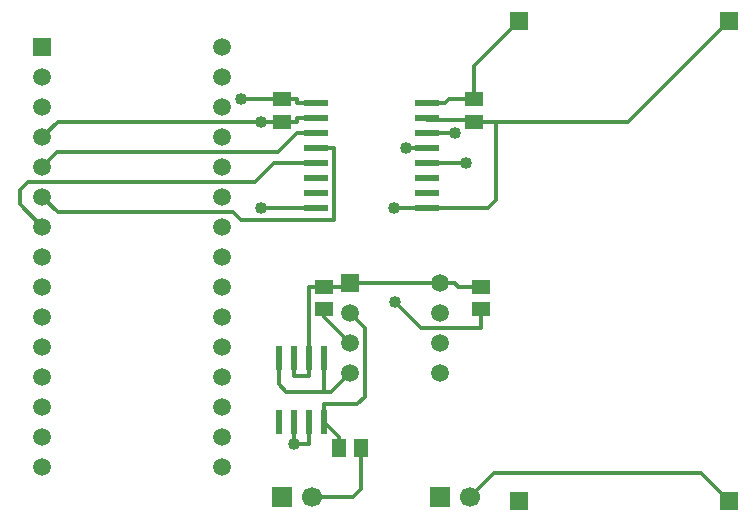
<source format=gbr>
G04 DipTrace 3.1.0.1*
G04 Top.gbr*
%MOIN*%
G04 #@! TF.FileFunction,Copper,L1,Top*
G04 #@! TF.Part,Single*
G04 #@! TA.AperFunction,Conductor*
%ADD13C,0.012992*%
G04 #@! TA.AperFunction,ComponentPad*
%ADD14R,0.059055X0.059055*%
%ADD15C,0.059055*%
%ADD16R,0.059055X0.051181*%
%ADD17R,0.07874X0.023622*%
G04 #@! TA.AperFunction,ComponentPad*
%ADD18R,0.066929X0.066929*%
%ADD19C,0.066929*%
%ADD20R,0.023622X0.07874*%
%ADD21R,0.051181X0.059055*%
G04 #@! TA.AperFunction,ViaPad*
%ADD22C,0.04*%
%FSLAX26Y26*%
G04*
G70*
G90*
G75*
G01*
G04 Top*
%LPD*%
X1500857Y1875810D2*
D13*
X1437373D1*
Y1863507D1*
X1388357D1*
X1316349Y1575810D2*
X1500857D1*
X1316349Y1863507D2*
X638554D1*
X588357Y1813310D1*
X1388357Y1863507D2*
X1316349D1*
X1759085Y1575810D2*
X1870936D1*
X1613357Y1025810D2*
X1551845Y964298D1*
X1525857D1*
X1401841D1*
X1375857Y990282D1*
Y1075810D1*
X1870936Y1575810D2*
X2073888D1*
X2099873Y1601794D1*
Y1863507D1*
X2538554D1*
X2875857Y2200810D1*
X2025857Y1863507D2*
X2099873D1*
X1870936Y1875810D2*
Y1870495D1*
X2025857D1*
Y1863507D1*
X1525857Y1075810D2*
Y964298D1*
X1488357Y613310D2*
X1624677D1*
X1650660Y639293D1*
Y775810D1*
X1763357Y1263310D2*
X1850857Y1175810D1*
X2050857D1*
Y1238507D1*
X1525857D2*
Y1213310D1*
X1613357Y1125810D1*
X1425857Y863211D2*
Y788310D1*
X1475857D1*
Y863211D1*
X1613357Y1225810D2*
X1662373Y1176794D1*
Y948058D1*
X1636388Y922073D1*
X1525857D1*
Y863211D1*
X1575857Y775810D2*
Y813211D1*
X1525857Y863211D1*
X2875857Y600810D2*
X2784420Y692247D1*
X2092294D1*
X2013357Y613310D1*
X588357Y1713310D2*
X637377Y1762329D1*
X1373892D1*
X1437373Y1825810D1*
X1500857D1*
X1962373D2*
X1870936D1*
X2001861Y1725810D2*
X1870936D1*
X588357Y1513310D2*
X513357Y1588310D1*
Y1636345D1*
X539341Y1662329D1*
X1298109D1*
X1361589Y1725810D1*
X1500857D1*
X588357Y1613310D2*
X639337Y1562329D1*
X1224369D1*
X1250377Y1536322D1*
X1559715D1*
Y1775810D1*
X1500857D1*
X1798570D2*
X1870936D1*
X1250877Y1938310D2*
X1388357D1*
X1437373D1*
Y1925810D1*
X1500857D1*
X1870936D2*
X1929794D1*
X1942294Y1938310D1*
X2025857D1*
X1425857Y1075810D2*
Y1016951D1*
X1475857D1*
Y1075810D1*
X2025857Y1938310D2*
Y2050810D1*
X2175857Y2200810D1*
X1913357Y1325810D2*
X1962373D1*
X1974873Y1313310D1*
X2050857D1*
X1613357Y1325810D2*
X1913357D1*
X1525857Y1313310D2*
X1600857D1*
X1613357Y1325810D1*
X1475857Y1075810D2*
Y1313310D1*
X1525857D1*
D22*
X1316349Y1575810D3*
Y1863507D3*
X1759085Y1575810D3*
X1425857Y788310D3*
X1250877Y1938310D3*
X1962373Y1825810D3*
X2001861Y1725810D3*
X1798570Y1775810D3*
X1763357Y1263310D3*
D14*
X1613357Y1325810D3*
D15*
Y1225810D3*
Y1125810D3*
Y1025810D3*
X1913357D3*
Y1125810D3*
Y1225810D3*
Y1325810D3*
D14*
X588357Y2113310D3*
D15*
Y2013310D3*
Y1913310D3*
Y1813310D3*
Y1713310D3*
Y1613310D3*
Y1513310D3*
Y1413310D3*
Y1313310D3*
Y1213310D3*
Y1113310D3*
Y1013310D3*
Y913310D3*
Y813310D3*
Y713310D3*
X1188357D3*
Y813310D3*
Y913310D3*
Y1013310D3*
Y1113310D3*
Y1213310D3*
Y1313310D3*
Y1413310D3*
Y1513310D3*
Y1613310D3*
Y1713310D3*
Y1813310D3*
Y1913310D3*
Y2013310D3*
Y2113310D3*
D16*
X1525857Y1313310D3*
Y1238507D3*
X2050857Y1313310D3*
Y1238507D3*
X1388357Y1938310D3*
Y1863507D3*
X2025857Y1938310D3*
Y1863507D3*
D14*
X2175857Y600810D3*
Y2200810D3*
X2875857Y600810D3*
Y2200810D3*
D17*
X1500857Y1925810D3*
Y1875810D3*
Y1825810D3*
Y1775810D3*
Y1725810D3*
Y1675810D3*
Y1625810D3*
Y1575810D3*
X1870936D3*
Y1625810D3*
Y1675810D3*
Y1725810D3*
Y1775810D3*
Y1825810D3*
Y1875810D3*
Y1925810D3*
D18*
X1388357Y613310D3*
D19*
X1488357D3*
D18*
X1913357D3*
D19*
X2013357D3*
D20*
X1525857Y1075810D3*
X1475857D3*
X1425857D3*
X1375857D3*
Y863211D3*
X1425857D3*
X1475857D3*
X1525857D3*
D21*
X1575857Y775810D3*
X1650660D3*
M02*

</source>
